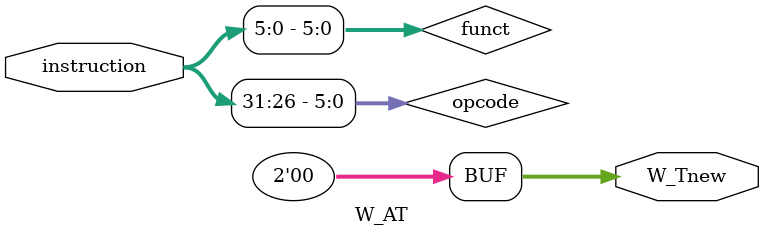
<source format=v>
`timescale 1ns / 1ps

    //Signal definition
    `include "define.v"

module W_AT(
    input [31:0] instruction,
    output [1:0] W_Tnew
    );
	 
	 //wires
	 wire [5:0] opcode,funct;

	 //wiring
    assign opcode=instruction[31:26];
    assign funct=instruction[5:0];
	 
	 //output
	 assign W_Tnew = 0;         

endmodule

</source>
